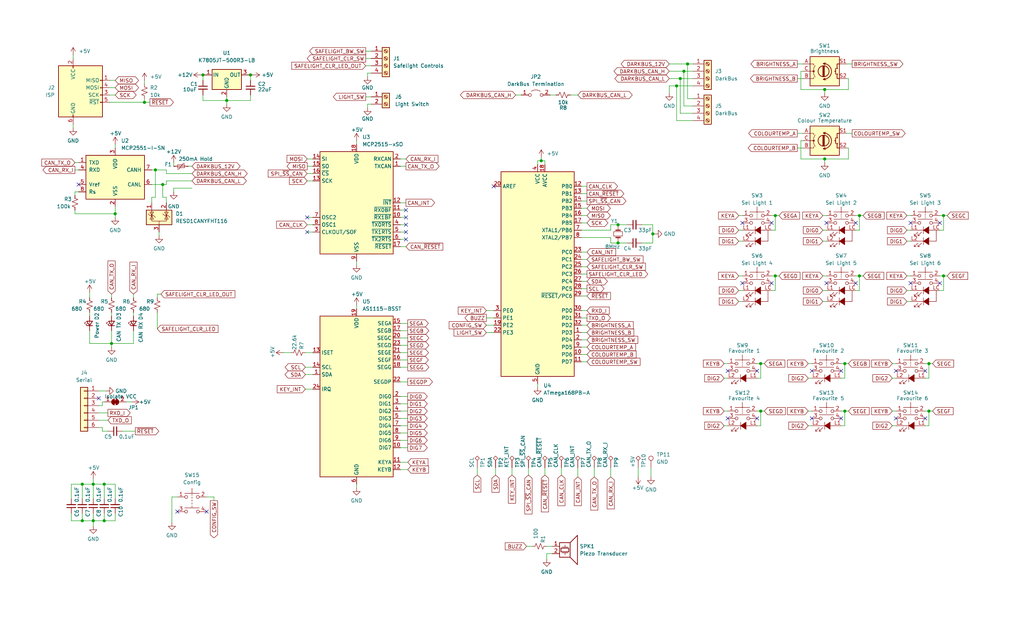
<source format=kicad_sch>
(kicad_sch (version 20211123) (generator eeschema)
  (paper "USLegal")
  (title_block (title "Darkroom Lighting UI") (date "2022-05-03") (rev "001"))
  (junction (at 293.37 126.365))
  (junction (at 28.575 168.275))
  (junction (at 269.24 95.885))
  (junction (at 214.63 78.105))
  (junction (at 40.005 74.295))
  (junction (at 298.45 74.93))
  (junction (at 293.37 142.875))
  (junction (at 36.195 180.975))
  (junction (at 236.22 27.305))
  (junction (at 286.385 31.115))
  (junction (at 187.96 55.88))
  (junction (at 70.485 26.035))
  (junction (at 234.95 29.845))
  (junction (at 327.66 74.93))
  (junction (at 322.58 126.365))
  (junction (at 53.975 59.055))
  (junction (at 50.165 35.56))
  (junction (at 238.76 22.225))
  (junction (at 298.45 95.885))
  (junction (at 28.575 180.975))
  (junction (at 78.74 34.925))
  (junction (at 286.385 55.245))
  (junction (at 32.385 168.275))
  (junction (at 86.995 26.035))
  (junction (at 269.24 74.93))
  (junction (at 226.695 81.28))
  (junction (at 36.195 168.275))
  (junction (at 237.49 24.765))
  (junction (at 327.66 95.885))
  (junction (at 56.515 64.135))
  (junction (at 38.735 119.38))
  (junction (at 264.16 142.875))
  (junction (at 322.58 142.875))
  (junction (at 214.63 84.455))
  (junction (at 32.385 180.975))
  (junction (at 264.16 126.365))
  (no_connect (at 171.45 64.77))
  (no_connect (at 34.29 138.43))
  (no_connect (at 27.305 64.135))
  (no_connect (at 71.755 177.8))
  (no_connect (at 61.595 177.8))
  (no_connect (at 326.39 98.425))
  (no_connect (at 326.39 77.47))
  (no_connect (at 316.23 77.47))
  (no_connect (at 316.23 98.425))
  (no_connect (at 252.73 145.415))
  (no_connect (at 262.89 145.415))
  (no_connect (at 262.89 128.905))
  (no_connect (at 292.1 128.905))
  (no_connect (at 281.94 128.905))
  (no_connect (at 252.73 128.905))
  (no_connect (at 281.94 145.415))
  (no_connect (at 292.1 145.415))
  (no_connect (at 257.81 98.425))
  (no_connect (at 267.97 98.425))
  (no_connect (at 311.15 145.415))
  (no_connect (at 321.31 145.415))
  (no_connect (at 321.31 128.905))
  (no_connect (at 311.15 128.905))
  (no_connect (at 297.18 77.47))
  (no_connect (at 287.02 77.47))
  (no_connect (at 287.02 98.425))
  (no_connect (at 297.18 98.425))
  (no_connect (at 267.97 77.47))
  (no_connect (at 257.81 77.47))
  (no_connect (at 140.97 75.565))
  (no_connect (at 140.97 78.105))
  (no_connect (at 140.97 73.025))
  (no_connect (at 106.68 75.565))
  (no_connect (at 140.97 83.185))
  (no_connect (at 140.97 80.645))
  (no_connect (at 106.68 80.645))
  (wire (pts (xy 198.12 33.02) (xy 200.66 33.02)))
  (wire (pts (xy 256.54 83.82) (xy 257.81 83.82)))
  (wire (pts (xy 24.765 173.355) (xy 24.765 168.275)))
  (wire (pts (xy 285.75 80.01) (xy 287.02 80.01)))
  (wire (pts (xy 232.41 29.845) (xy 232.41 32.385)))
  (wire (pts (xy 201.93 125.73) (xy 203.835 125.73)))
  (wire (pts (xy 171.45 110.49) (xy 168.91 110.49)))
  (wire (pts (xy 57.785 60.325) (xy 66.675 60.325)))
  (wire (pts (xy 298.45 95.885) (xy 299.72 95.885)))
  (wire (pts (xy 26.035 66.675) (xy 26.035 67.945)))
  (wire (pts (xy 86.995 34.925) (xy 86.995 33.02)))
  (wire (pts (xy 46.355 119.38) (xy 46.355 114.935)))
  (wire (pts (xy 168.91 113.03) (xy 171.45 113.03)))
  (wire (pts (xy 53.975 68.58) (xy 52.705 68.58)))
  (wire (pts (xy 201.93 64.77) (xy 203.835 64.77)))
  (wire (pts (xy 78.74 33.655) (xy 78.74 34.925)))
  (wire (pts (xy 141.605 140.335) (xy 139.065 140.335)))
  (wire (pts (xy 281.94 126.365) (xy 280.67 126.365)))
  (wire (pts (xy 54.61 102.235) (xy 55.88 102.235)))
  (wire (pts (xy 186.69 55.88) (xy 187.96 55.88)))
  (wire (pts (xy 56.515 68.58) (xy 57.785 68.58)))
  (wire (pts (xy 327.66 80.01) (xy 326.39 80.01)))
  (wire (pts (xy 141.605 125.095) (xy 139.065 125.095)))
  (wire (pts (xy 327.66 74.93) (xy 328.93 74.93)))
  (wire (pts (xy 252.73 142.875) (xy 251.46 142.875)))
  (wire (pts (xy 26.035 74.295) (xy 40.005 74.295)))
  (wire (pts (xy 201.93 74.93) (xy 203.835 74.93)))
  (wire (pts (xy 66.675 57.785) (xy 65.405 57.785)))
  (wire (pts (xy 38.735 108.585) (xy 38.735 109.855)))
  (wire (pts (xy 234.95 29.845) (xy 232.41 29.845)))
  (wire (pts (xy 127 20.32) (xy 128.905 20.32)))
  (wire (pts (xy 139.065 112.395) (xy 141.605 112.395)))
  (wire (pts (xy 141.605 142.875) (xy 139.065 142.875)))
  (wire (pts (xy 32.385 166.37) (xy 32.385 168.275)))
  (wire (pts (xy 222.885 78.105) (xy 226.695 78.105)))
  (wire (pts (xy 206.375 165.735) (xy 206.375 162.56)))
  (wire (pts (xy 327.66 74.93) (xy 327.66 80.01)))
  (wire (pts (xy 201.93 80.01) (xy 212.09 80.01)))
  (wire (pts (xy 127.635 25.4) (xy 127.635 26.67)))
  (wire (pts (xy 201.93 92.71) (xy 203.835 92.71)))
  (wire (pts (xy 53.975 59.055) (xy 53.975 68.58)))
  (wire (pts (xy 240.665 22.225) (xy 238.76 22.225)))
  (wire (pts (xy 186.69 134.62) (xy 186.69 133.35)))
  (wire (pts (xy 57.785 70.485) (xy 57.785 68.58)))
  (wire (pts (xy 193.04 33.02) (xy 191.135 33.02)))
  (wire (pts (xy 141.605 132.715) (xy 139.065 132.715)))
  (wire (pts (xy 36.195 178.435) (xy 36.195 180.975)))
  (wire (pts (xy 34.29 143.51) (xy 37.465 143.51)))
  (wire (pts (xy 240.665 24.765) (xy 237.49 24.765)))
  (wire (pts (xy 322.58 126.365) (xy 323.85 126.365)))
  (wire (pts (xy 106.045 127.635) (xy 108.585 127.635)))
  (wire (pts (xy 232.41 24.765) (xy 237.49 24.765)))
  (wire (pts (xy 256.54 104.775) (xy 257.81 104.775)))
  (wire (pts (xy 251.46 131.445) (xy 252.73 131.445)))
  (wire (pts (xy 276.86 46.355) (xy 278.765 46.355)))
  (wire (pts (xy 201.93 97.79) (xy 203.835 97.79)))
  (wire (pts (xy 286.385 56.515) (xy 286.385 55.245)))
  (wire (pts (xy 38.735 119.38) (xy 46.355 119.38)))
  (wire (pts (xy 54.61 108.585) (xy 54.61 114.3)))
  (wire (pts (xy 309.88 131.445) (xy 311.15 131.445)))
  (wire (pts (xy 127 22.86) (xy 128.905 22.86)))
  (wire (pts (xy 25.4 19.05) (xy 25.4 20.32)))
  (wire (pts (xy 278.13 48.895) (xy 278.13 55.245)))
  (wire (pts (xy 86.995 27.94) (xy 86.995 26.035)))
  (wire (pts (xy 257.81 95.885) (xy 256.54 95.885)))
  (wire (pts (xy 168.91 107.95) (xy 171.45 107.95)))
  (wire (pts (xy 293.37 142.875) (xy 293.37 147.955)))
  (wire (pts (xy 212.09 84.455) (xy 212.09 82.55)))
  (wire (pts (xy 24.765 168.275) (xy 28.575 168.275)))
  (wire (pts (xy 212.09 78.105) (xy 212.09 80.01)))
  (wire (pts (xy 106.68 55.245) (xy 108.585 55.245)))
  (wire (pts (xy 217.805 78.105) (xy 214.63 78.105)))
  (wire (pts (xy 141.605 114.935) (xy 139.065 114.935)))
  (wire (pts (xy 189.23 162.56) (xy 189.23 165.1)))
  (wire (pts (xy 38.1 35.56) (xy 50.165 35.56)))
  (wire (pts (xy 327.66 95.885) (xy 328.93 95.885)))
  (wire (pts (xy 106.045 130.175) (xy 108.585 130.175)))
  (wire (pts (xy 25.4 43.18) (xy 25.4 44.45)))
  (wire (pts (xy 226.06 165.735) (xy 226.06 162.56)))
  (wire (pts (xy 31.115 101.6) (xy 31.115 103.505)))
  (wire (pts (xy 54.61 103.505) (xy 54.61 102.235)))
  (wire (pts (xy 69.85 26.035) (xy 70.485 26.035)))
  (wire (pts (xy 236.22 27.305) (xy 236.22 39.37)))
  (wire (pts (xy 251.46 147.955) (xy 252.73 147.955)))
  (wire (pts (xy 267.97 95.885) (xy 269.24 95.885)))
  (wire (pts (xy 31.115 108.585) (xy 31.115 109.855)))
  (wire (pts (xy 128.905 25.4) (xy 127.635 25.4)))
  (wire (pts (xy 189.865 192.405) (xy 189.865 194.31)))
  (wire (pts (xy 214.63 84.455) (xy 212.09 84.455)))
  (wire (pts (xy 201.93 72.39) (xy 203.835 72.39)))
  (wire (pts (xy 141.605 120.015) (xy 139.065 120.015)))
  (wire (pts (xy 252.73 126.365) (xy 251.46 126.365)))
  (wire (pts (xy 294.64 31.115) (xy 294.64 27.305)))
  (wire (pts (xy 295.91 22.225) (xy 294.005 22.225)))
  (wire (pts (xy 240.665 29.845) (xy 234.95 29.845)))
  (wire (pts (xy 298.45 100.965) (xy 297.18 100.965)))
  (wire (pts (xy 256.54 100.965) (xy 257.81 100.965)))
  (wire (pts (xy 35.56 140.97) (xy 35.56 139.7)))
  (wire (pts (xy 214.63 78.105) (xy 214.63 78.74)))
  (wire (pts (xy 36.195 180.975) (xy 40.005 180.975)))
  (wire (pts (xy 264.16 126.365) (xy 265.43 126.365)))
  (wire (pts (xy 297.18 74.93) (xy 298.45 74.93)))
  (wire (pts (xy 314.96 100.965) (xy 316.23 100.965)))
  (wire (pts (xy 238.76 22.225) (xy 238.76 34.29)))
  (wire (pts (xy 26.035 59.055) (xy 27.305 59.055)))
  (wire (pts (xy 31.115 119.38) (xy 38.735 119.38)))
  (wire (pts (xy 294.64 51.435) (xy 294.005 51.435)))
  (wire (pts (xy 139.065 147.955) (xy 141.605 147.955)))
  (wire (pts (xy 28.575 178.435) (xy 28.575 180.975)))
  (wire (pts (xy 46.355 102.235) (xy 46.355 103.505)))
  (wire (pts (xy 139.065 80.645) (xy 140.97 80.645)))
  (wire (pts (xy 278.13 24.765) (xy 278.13 31.115)))
  (wire (pts (xy 237.49 36.83) (xy 240.665 36.83)))
  (wire (pts (xy 292.1 126.365) (xy 293.37 126.365)))
  (wire (pts (xy 139.065 73.025) (xy 140.97 73.025)))
  (wire (pts (xy 194.945 165.1) (xy 194.945 162.56)))
  (wire (pts (xy 278.13 48.895) (xy 278.765 48.895)))
  (wire (pts (xy 322.58 131.445) (xy 321.31 131.445)))
  (wire (pts (xy 278.13 55.245) (xy 286.385 55.245)))
  (wire (pts (xy 293.37 126.365) (xy 294.64 126.365)))
  (wire (pts (xy 240.665 27.305) (xy 236.22 27.305)))
  (wire (pts (xy 311.15 126.365) (xy 309.88 126.365)))
  (wire (pts (xy 262.89 126.365) (xy 264.16 126.365)))
  (wire (pts (xy 34.29 148.59) (xy 35.56 148.59)))
  (wire (pts (xy 269.24 80.01) (xy 267.97 80.01)))
  (wire (pts (xy 201.93 69.85) (xy 203.835 69.85)))
  (wire (pts (xy 141.605 117.475) (xy 139.065 117.475)))
  (wire (pts (xy 34.29 135.89) (xy 36.83 135.89)))
  (wire (pts (xy 35.56 149.86) (xy 37.465 149.86)))
  (wire (pts (xy 280.67 131.445) (xy 281.94 131.445)))
  (wire (pts (xy 127.635 36.195) (xy 127.635 37.465)))
  (wire (pts (xy 201.93 107.95) (xy 203.835 107.95)))
  (wire (pts (xy 40.005 180.975) (xy 40.005 178.435)))
  (wire (pts (xy 297.18 95.885) (xy 298.45 95.885)))
  (wire (pts (xy 139.065 122.555) (xy 141.605 122.555)))
  (wire (pts (xy 168.91 115.57) (xy 171.45 115.57)))
  (wire (pts (xy 139.065 85.725) (xy 140.97 85.725)))
  (wire (pts (xy 295.91 46.355) (xy 294.005 46.355)))
  (wire (pts (xy 123.825 106.045) (xy 123.825 107.315)))
  (wire (pts (xy 262.89 142.875) (xy 264.16 142.875)))
  (wire (pts (xy 298.45 74.93) (xy 298.45 80.01)))
  (wire (pts (xy 298.45 95.885) (xy 298.45 100.965)))
  (wire (pts (xy 326.39 95.885) (xy 327.66 95.885)))
  (wire (pts (xy 36.195 173.355) (xy 36.195 168.275)))
  (wire (pts (xy 106.68 75.565) (xy 108.585 75.565)))
  (wire (pts (xy 38.1 27.94) (xy 40.005 27.94)))
  (wire (pts (xy 139.065 55.245) (xy 140.97 55.245)))
  (wire (pts (xy 234.95 29.845) (xy 234.95 41.91)))
  (wire (pts (xy 78.74 34.925) (xy 86.995 34.925)))
  (wire (pts (xy 293.37 147.955) (xy 292.1 147.955)))
  (wire (pts (xy 222.885 84.455) (xy 226.695 84.455)))
  (wire (pts (xy 326.39 74.93) (xy 327.66 74.93)))
  (wire (pts (xy 28.575 173.355) (xy 28.575 168.275)))
  (wire (pts (xy 201.93 82.55) (xy 212.09 82.55)))
  (wire (pts (xy 140.97 75.565) (xy 139.065 75.565)))
  (wire (pts (xy 139.065 160.655) (xy 141.605 160.655)))
  (wire (pts (xy 314.96 104.775) (xy 316.23 104.775)))
  (wire (pts (xy 35.56 148.59) (xy 35.56 149.86)))
  (wire (pts (xy 52.705 59.055) (xy 53.975 59.055)))
  (wire (pts (xy 127 17.78) (xy 128.905 17.78)))
  (wire (pts (xy 276.86 51.435) (xy 278.765 51.435)))
  (wire (pts (xy 264.16 126.365) (xy 264.16 131.445)))
  (wire (pts (xy 86.995 26.035) (xy 87.63 26.035)))
  (wire (pts (xy 189.23 57.15) (xy 189.23 55.88)))
  (wire (pts (xy 57.785 64.135) (xy 56.515 64.135)))
  (wire (pts (xy 264.16 147.955) (xy 262.89 147.955)))
  (wire (pts (xy 106.68 60.325) (xy 108.585 60.325)))
  (wire (pts (xy 269.24 95.885) (xy 269.24 100.965)))
  (wire (pts (xy 165.735 162.56) (xy 165.735 165.1)))
  (wire (pts (xy 139.065 163.195) (xy 141.605 163.195)))
  (wire (pts (xy 183.515 165.1) (xy 183.515 162.56)))
  (wire (pts (xy 56.515 68.58) (xy 56.515 64.135)))
  (wire (pts (xy 203.835 67.31) (xy 201.93 67.31)))
  (wire (pts (xy 278.13 24.765) (xy 278.765 24.765)))
  (wire (pts (xy 70.485 34.925) (xy 78.74 34.925)))
  (wire (pts (xy 43.815 139.7) (xy 45.72 139.7)))
  (wire (pts (xy 106.68 62.865) (xy 108.585 62.865)))
  (wire (pts (xy 70.485 27.94) (xy 70.485 26.035)))
  (wire (pts (xy 238.76 34.29) (xy 240.665 34.29)))
  (wire (pts (xy 123.825 92.075) (xy 123.825 90.805)))
  (wire (pts (xy 237.49 24.765) (xy 237.49 36.83)))
  (wire (pts (xy 71.755 172.72) (xy 74.295 172.72)))
  (wire (pts (xy 203.835 77.47) (xy 201.93 77.47)))
  (wire (pts (xy 321.31 142.875) (xy 322.58 142.875)))
  (wire (pts (xy 226.695 78.105) (xy 226.695 81.28)))
  (wire (pts (xy 293.37 126.365) (xy 293.37 131.445)))
  (wire (pts (xy 127 33.655) (xy 128.905 33.655)))
  (wire (pts (xy 34.29 146.05) (xy 37.465 146.05)))
  (wire (pts (xy 314.96 80.01) (xy 316.23 80.01)))
  (wire (pts (xy 38.735 114.935) (xy 38.735 119.38)))
  (wire (pts (xy 264.16 142.875) (xy 265.43 142.875)))
  (wire (pts (xy 314.96 83.82) (xy 316.23 83.82)))
  (wire (pts (xy 298.45 80.01) (xy 297.18 80.01)))
  (wire (pts (xy 276.86 22.225) (xy 278.765 22.225)))
  (wire (pts (xy 106.68 80.645) (xy 108.585 80.645)))
  (wire (pts (xy 78.74 36.195) (xy 78.74 34.925)))
  (wire (pts (xy 234.95 41.91) (xy 240.665 41.91)))
  (wire (pts (xy 285.75 83.82) (xy 287.02 83.82)))
  (wire (pts (xy 172.085 165.1) (xy 172.085 162.56)))
  (wire (pts (xy 201.93 87.63) (xy 203.835 87.63)))
  (wire (pts (xy 70.485 26.035) (xy 71.12 26.035)))
  (wire (pts (xy 28.575 180.975) (xy 32.385 180.975)))
  (wire (pts (xy 256.54 80.01) (xy 257.81 80.01)))
  (wire (pts (xy 28.575 168.275) (xy 32.385 168.275)))
  (wire (pts (xy 286.385 31.115) (xy 294.64 31.115)))
  (wire (pts (xy 298.45 74.93) (xy 299.72 74.93)))
  (wire (pts (xy 201.93 110.49) (xy 203.835 110.49)))
  (wire (pts (xy 257.81 74.93) (xy 256.54 74.93)))
  (wire (pts (xy 187.96 55.88) (xy 187.96 54.61)))
  (wire (pts (xy 311.15 142.875) (xy 309.88 142.875)))
  (wire (pts (xy 57.785 62.865) (xy 57.785 64.135)))
  (wire (pts (xy 139.065 70.485) (xy 140.97 70.485)))
  (wire (pts (xy 56.515 64.135) (xy 52.705 64.135)))
  (wire (pts (xy 38.735 119.38) (xy 38.735 120.65)))
  (wire (pts (xy 212.09 162.56) (xy 212.09 165.735)))
  (wire (pts (xy 203.835 115.57) (xy 201.93 115.57)))
  (wire (pts (xy 322.58 126.365) (xy 322.58 131.445)))
  (wire (pts (xy 40.005 51.435) (xy 40.005 50.165)))
  (wire (pts (xy 86.36 26.035) (xy 86.995 26.035)))
  (wire (pts (xy 139.065 137.795) (xy 141.605 137.795)))
  (wire (pts (xy 32.385 173.355) (xy 32.385 168.275)))
  (wire (pts (xy 191.77 192.405) (xy 189.865 192.405)))
  (wire (pts (xy 217.805 84.455) (xy 214.63 84.455)))
  (wire (pts (xy 40.005 168.275) (xy 40.005 173.355)))
  (wire (pts (xy 267.97 74.93) (xy 269.24 74.93)))
  (wire (pts (xy 236.22 39.37) (xy 240.665 39.37)))
  (wire (pts (xy 286.385 32.385) (xy 286.385 31.115)))
  (wire (pts (xy 322.58 147.955) (xy 321.31 147.955)))
  (wire (pts (xy 32.385 178.435) (xy 32.385 180.975)))
  (wire (pts (xy 294.64 55.245) (xy 294.64 51.435)))
  (wire (pts (xy 322.58 142.875) (xy 323.85 142.875)))
  (wire (pts (xy 264.16 142.875) (xy 264.16 147.955)))
  (wire (pts (xy 60.325 57.785) (xy 60.325 56.515)))
  (wire (pts (xy 309.88 147.955) (xy 311.15 147.955)))
  (wire (pts (xy 186.69 57.15) (xy 186.69 55.88)))
  (wire (pts (xy 40.005 71.755) (xy 40.005 74.295)))
  (wire (pts (xy 269.24 74.93) (xy 270.51 74.93)))
  (wire (pts (xy 106.68 78.105) (xy 108.585 78.105)))
  (wire (pts (xy 203.835 102.87) (xy 201.93 102.87)))
  (wire (pts (xy 269.24 95.885) (xy 270.51 95.885)))
  (wire (pts (xy 34.29 140.97) (xy 35.56 140.97)))
  (wire (pts (xy 59.69 172.72) (xy 59.69 181.61)))
  (wire (pts (xy 203.835 123.19) (xy 201.93 123.19)))
  (wire (pts (xy 26.035 73.025) (xy 26.035 74.295)))
  (wire (pts (xy 264.16 131.445) (xy 262.89 131.445)))
  (wire (pts (xy 214.63 83.82) (xy 214.63 84.455)))
  (wire (pts (xy 70.485 33.02) (xy 70.485 34.925)))
  (wire (pts (xy 293.37 131.445) (xy 292.1 131.445)))
  (wire (pts (xy 212.09 78.105) (xy 214.63 78.105)))
  (wire (pts (xy 189.23 55.88) (xy 187.96 55.88)))
  (wire (pts (xy 36.195 168.275) (xy 40.005 168.275)))
  (wire (pts (xy 179.07 33.02) (xy 180.975 33.02)))
  (wire (pts (xy 123.825 48.895) (xy 123.825 50.165)))
  (wire (pts (xy 189.865 189.865) (xy 191.77 189.865)))
  (wire (pts (xy 50.165 35.56) (xy 52.07 35.56)))
  (wire (pts (xy 106.68 57.785) (xy 108.585 57.785)))
  (wire (pts (xy 32.385 180.975) (xy 32.385 182.88)))
  (wire (pts (xy 203.835 95.25) (xy 201.93 95.25)))
  (wire (pts (xy 287.02 95.885) (xy 285.75 95.885)))
  (wire (pts (xy 140.97 83.185) (xy 139.065 83.185)))
  (wire (pts (xy 123.825 169.545) (xy 123.825 168.275)))
  (wire (pts (xy 106.045 122.555) (xy 108.585 122.555)))
  (wire (pts (xy 293.37 142.875) (xy 294.64 142.875)))
  (wire (pts (xy 60.325 65.405) (xy 60.325 66.675)))
  (wire (pts (xy 128.905 36.195) (xy 127.635 36.195)))
  (wire (pts (xy 269.24 100.965) (xy 267.97 100.965)))
  (wire (pts (xy 226.695 81.28) (xy 226.695 84.455)))
  (wire (pts (xy 57.785 59.055) (xy 57.785 60.325)))
  (wire (pts (xy 140.97 78.105) (xy 139.065 78.105)))
  (wire (pts (xy 232.41 22.225) (xy 238.76 22.225)))
  (wire (pts (xy 203.835 113.03) (xy 201.93 113.03)))
  (wire (pts (xy 226.695 81.28) (xy 227.33 81.28)))
  (wire (pts (xy 269.24 74.93) (xy 269.24 80.01)))
  (wire (pts (xy 201.93 118.11) (xy 203.835 118.11)))
  (wire (pts (xy 327.66 100.965) (xy 326.39 100.965)))
  (wire (pts (xy 38.1 33.02) (xy 40.005 33.02)))
  (wire (pts (xy 38.1 30.48) (xy 40.005 30.48)))
  (wire (pts (xy 106.045 135.255) (xy 108.585 135.255)))
  (wire (pts (xy 139.065 153.035) (xy 141.605 153.035)))
  (wire (pts (xy 32.385 180.975) (xy 36.195 180.975)))
  (wire (pts (xy 316.23 74.93) (xy 314.96 74.93)))
  (wire (pts (xy 61.595 172.72) (xy 59.69 172.72)))
  (wire (pts (xy 292.1 142.875) (xy 293.37 142.875)))
  (wire (pts (xy 286.385 55.245) (xy 294.64 55.245)))
  (wire (pts (xy 327.66 95.885) (xy 327.66 100.965)))
  (wire (pts (xy 53.975 59.055) (xy 57.785 59.055)))
  (wire (pts (xy 55.245 80.645) (xy 55.245 81.915)))
  (wire (pts (xy 100.965 122.555) (xy 98.425 122.555)))
  (wire (pts (xy 139.065 57.785) (xy 140.97 57.785)))
  (wire (pts (xy 139.065 127.635) (xy 141.605 127.635)))
  (wire (pts (xy 281.94 142.875) (xy 280.67 142.875)))
  (wire (pts (xy 57.785 62.865) (xy 66.675 62.865)))
  (wire (pts (xy 27.305 66.675) (xy 26.035 66.675)))
  (wire (pts (xy 50.165 27.94) (xy 50.165 29.21)))
  (wire (pts (xy 280.67 147.955) (xy 281.94 147.955)))
  (wire (pts (xy 52.705 68.58) (xy 52.705 70.485)))
  (wire (pts (xy 141.605 150.495) (xy 139.065 150.495)))
  (wire (pts (xy 24.765 180.975) (xy 28.575 180.975)))
  (wire (pts (xy 50.165 34.29) (xy 50.165 35.56)))
  (wire (pts (xy 74.295 172.72) (xy 74.295 173.99)))
  (wire (pts (xy 203.835 90.17) (xy 201.93 90.17)))
  (wire (pts (xy 287.02 74.93) (xy 285.75 74.93)))
  (wire (pts (xy 322.58 142.875) (xy 322.58 147.955)))
  (wire (pts (xy 201.93 100.33) (xy 203.835 100.33)))
  (wire (pts (xy 321.31 126.365) (xy 322.58 126.365)))
  (wire (pts (xy 294.64 27.305) (xy 294.005 27.305)))
  (wire (pts (xy 200.66 162.56) (xy 200.66 165.735)))
  (wire (pts (xy 26.035 56.515) (xy 27.305 56.515)))
  (wire (pts (xy 60.325 65.405) (xy 66.675 65.405)))
  (wire (pts (xy 232.41 27.305) (xy 236.22 27.305)))
  (wire (pts (xy 276.86 27.305) (xy 278.765 27.305)))
  (wire (pts (xy 31.115 114.935) (xy 31.115 119.38)))
  (wire (pts (xy 221.615 162.56) (xy 221.615 165.735)))
  (wire (pts (xy 139.065 155.575) (xy 141.605 155.575)))
  (wire (pts (xy 182.88 189.865) (xy 184.785 189.865)))
  (wire (pts (xy 285.75 100.965) (xy 287.02 100.965)))
  (wire (pts (xy 285.75 104.775) (xy 287.02 104.775)))
  (wire (pts (xy 42.545 149.86) (xy 46.99 149.86)))
  (wire (pts (xy 35.56 139.7) (xy 36.195 139.7)))
  (wire (pts (xy 40.005 74.295) (xy 40.005 75.565)))
  (wire (pts (xy 203.835 120.65) (xy 201.93 120.65)))
  (wire (pts (xy 278.13 31.115) (xy 286.385 31.115)))
  (wire (pts (xy 141.605 145.415) (xy 139.065 145.415)))
  (wire (pts (xy 38.735 102.235) (xy 38.735 103.505)))
  (wire (pts (xy 32.385 168.275) (xy 36.195 168.275)))
  (wire (pts (xy 316.23 95.885) (xy 314.96 95.885)))
  (wire (pts (xy 46.355 108.585) (xy 46.355 109.855)))
  (wire (pts (xy 177.8 162.56) (xy 177.8 165.1)))
  (wire (pts (xy 24.765 178.435) (xy 24.765 180.975)))
  (global_label "SEGA" (shape input) (at 265.43 126.365 0) (property "Intersheet References" "${INTERSHEET_REFS}" (effects hide)))
  (global_label "MOSI" (shape bidirectional) (at 203.835 72.39 0) (property "Intersheet References" "${INTERSHEET_REFS}" (effects hide)))
  (global_label "COLOURTEMP_B" (shape input) (at 203.835 123.19 0) (property "Intersheet References" "${INTERSHEET_REFS}" (effects hide)))
  (global_label "DIG0" (shape input) (at 285.75 80.01 180) (property "Intersheet References" "${INTERSHEET_REFS}" (effects hide)))
  (global_label "MOSI" (shape input) (at 106.68 55.245 180) (property "Intersheet References" "${INTERSHEET_REFS}" (effects hide)))
  (global_label "KEYB" (shape input) (at 309.88 126.365 180) (property "Intersheet References" "${INTERSHEET_REFS}" (effects hide)))
  (global_label "SEGF" (shape input) (at 328.93 95.885 0) (property "Intersheet References" "${INTERSHEET_REFS}" (effects hide)))
  (global_label "KEY_INT" (shape input) (at 106.045 135.255 180) (property "Intersheet References" "${INTERSHEET_REFS}" (effects hide)))
  (global_label "TXD_O" (shape output) (at 203.835 110.49 0) (property "Intersheet References" "${INTERSHEET_REFS}" (effects hide)))
  (global_label "CAN_CLK" (shape input) (at 194.945 165.1 270) (property "Intersheet References" "${INTERSHEET_REFS}" (effects hide)))
  (global_label "SAFELIGHT_CLR_SW" (shape output) (at 127 20.32 180) (property "Intersheet References" "${INTERSHEET_REFS}" (effects hide)))
  (global_label "BUZZ" (shape output) (at 168.91 110.49 180) (property "Intersheet References" "${INTERSHEET_REFS}" (effects hide)))
  (global_label "BRIGHTNESS_A" (shape input) (at 203.835 113.03 0) (property "Intersheet References" "${INTERSHEET_REFS}" (effects hide)))
  (global_label "CAN_INT" (shape input) (at 200.66 165.735 270) (property "Intersheet References" "${INTERSHEET_REFS}" (effects hide)))
  (global_label "SEGD" (shape input) (at 265.43 142.875 0) (property "Intersheet References" "${INTERSHEET_REFS}" (effects hide)))
  (global_label "BRIGHTNESS_B" (shape output) (at 276.86 27.305 180) (property "Intersheet References" "${INTERSHEET_REFS}" (effects hide)))
  (global_label "SCL" (shape bidirectional) (at 106.045 127.635 180) (property "Intersheet References" "${INTERSHEET_REFS}" (effects hide)))
  (global_label "CAN_CLK" (shape input) (at 106.68 78.105 180) (property "Intersheet References" "${INTERSHEET_REFS}" (effects hide)))
  (global_label "SAFELIGHT_CLR_LED" (shape output) (at 203.835 95.25 0) (property "Intersheet References" "${INTERSHEET_REFS}" (effects hide)))
  (global_label "MISO" (shape bidirectional) (at 203.835 74.93 0) (property "Intersheet References" "${INTERSHEET_REFS}" (effects hide)))
  (global_label "KEYB" (shape input) (at 280.67 142.875 180) (property "Intersheet References" "${INTERSHEET_REFS}" (effects hide)))
  (global_label "COLOURTEMP_SW" (shape output) (at 295.91 46.355 0) (property "Intersheet References" "${INTERSHEET_REFS}" (effects hide)))
  (global_label "RXD_I" (shape output) (at 37.465 143.51 0) (property "Intersheet References" "${INTERSHEET_REFS}" (effects hide)))
  (global_label "DIG2" (shape input) (at 309.88 147.955 180) (property "Intersheet References" "${INTERSHEET_REFS}" (effects hide)))
  (global_label "SAFELIGHT_CLR_LED_OUT" (shape input) (at 127 22.86 180) (property "Intersheet References" "${INTERSHEET_REFS}" (effects hide)))
  (global_label "DIG2" (shape output) (at 141.605 142.875 0) (property "Intersheet References" "${INTERSHEET_REFS}" (effects hide)))
  (global_label "SDA" (shape bidirectional) (at 203.835 97.79 0) (property "Intersheet References" "${INTERSHEET_REFS}" (effects hide)))
  (global_label "DARKBUS_CAN_H" (shape bidirectional) (at 66.675 60.325 0) (property "Intersheet References" "${INTERSHEET_REFS}" (effects hide)))
  (global_label "KEYA" (shape input) (at 256.54 74.93 180) (property "Intersheet References" "${INTERSHEET_REFS}" (effects hide)))
  (global_label "SEGE" (shape input) (at 294.64 142.875 0) (property "Intersheet References" "${INTERSHEET_REFS}" (effects hide)))
  (global_label "LIGHT_SW" (shape output) (at 127 33.655 180) (property "Intersheet References" "${INTERSHEET_REFS}" (effects hide)))
  (global_label "KEY_INT" (shape input) (at 177.8 165.1 270) (property "Intersheet References" "${INTERSHEET_REFS}" (effects hide)))
  (global_label "DIG2" (shape input) (at 280.67 131.445 180) (property "Intersheet References" "${INTERSHEET_REFS}" (effects hide)))
  (global_label "SAFELIGHT_CLR_SW" (shape input) (at 203.835 92.71 0) (property "Intersheet References" "${INTERSHEET_REFS}" (effects hide)))
  (global_label "DIG0" (shape input) (at 314.96 80.01 180) (property "Intersheet References" "${INTERSHEET_REFS}" (effects hide)))
  (global_label "KEYA" (shape input) (at 141.605 160.655 0) (property "Intersheet References" "${INTERSHEET_REFS}" (effects hide)))
  (global_label "SEGD" (shape output) (at 141.605 120.015 0) (property "Intersheet References" "${INTERSHEET_REFS}" (effects hide)))
  (global_label "CAN_TX_O" (shape input) (at 38.735 102.235 90) (property "Intersheet References" "${INTERSHEET_REFS}" (effects hide)))
  (global_label "CAN_TX_O" (shape input) (at 206.375 165.735 270) (property "Intersheet References" "${INTERSHEET_REFS}" (effects hide)))
  (global_label "CAN_INT" (shape input) (at 203.835 87.63 0) (property "Intersheet References" "${INTERSHEET_REFS}" (effects hide)))
  (global_label "BUZZ" (shape input) (at 182.88 189.865 180) (property "Intersheet References" "${INTERSHEET_REFS}" (effects hide)))
  (global_label "KEYB" (shape input) (at 309.88 142.875 180) (property "Intersheet References" "${INTERSHEET_REFS}" (effects hide)))
  (global_label "CAN_RX_I" (shape input) (at 212.09 165.735 270) (property "Intersheet References" "${INTERSHEET_REFS}" (effects hide)))
  (global_label "SCK" (shape input) (at 106.68 62.865 180) (property "Intersheet References" "${INTERSHEET_REFS}" (effects hide)))
  (global_label "LIGHT_SW" (shape input) (at 168.91 115.57 180) (property "Intersheet References" "${INTERSHEET_REFS}" (effects hide)))
  (global_label "BRIGHTNESS_SW" (shape input) (at 203.835 118.11 0) (property "Intersheet References" "${INTERSHEET_REFS}" (effects hide)))
  (global_label "SDA" (shape bidirectional) (at 106.045 130.175 180) (property "Intersheet References" "${INTERSHEET_REFS}" (effects hide)))
  (global_label "DIG2" (shape input) (at 251.46 147.955 180) (property "Intersheet References" "${INTERSHEET_REFS}" (effects hide)))
  (global_label "DIG2" (shape input) (at 309.88 131.445 180) (property "Intersheet References" "${INTERSHEET_REFS}" (effects hide)))
  (global_label "SEGE" (shape output) (at 141.605 122.555 0) (property "Intersheet References" "${INTERSHEET_REFS}" (effects hide)))
  (global_label "CAN_RX_I" (shape input) (at 140.97 55.245 0) (property "Intersheet References" "${INTERSHEET_REFS}" (effects hide)))
  (global_label "DARKBUS_12V" (shape bidirectional) (at 232.41 22.225 180) (property "Intersheet References" "${INTERSHEET_REFS}" (effects hide)))
  (global_label "DIG4" (shape output) (at 141.605 147.955 0) (property "Intersheet References" "${INTERSHEET_REFS}" (effects hide)))
  (global_label "SEGD" (shape input) (at 270.51 95.885 0) (property "Intersheet References" "${INTERSHEET_REFS}" (effects hide)))
  (global_label "MISO" (shape output) (at 106.68 57.785 180) (property "Intersheet References" "${INTERSHEET_REFS}" (effects hide)))
  (global_label "DIG5" (shape output) (at 141.605 150.495 0) (property "Intersheet References" "${INTERSHEET_REFS}" (effects hide)))
  (global_label "SEGF" (shape output) (at 141.605 125.095 0) (property "Intersheet References" "${INTERSHEET_REFS}" (effects hide)))
  (global_label "CAN_TX_O" (shape output) (at 140.97 57.785 0) (property "Intersheet References" "${INTERSHEET_REFS}" (effects hide)))
  (global_label "DARKBUS_CAN_L" (shape bidirectional) (at 66.675 62.865 0) (property "Intersheet References" "${INTERSHEET_REFS}" (effects hide)))
  (global_label "COLOURTEMP_SW" (shape input) (at 203.835 125.73 0) (property "Intersheet References" "${INTERSHEET_REFS}" (effects hide)))
  (global_label "KEYA" (shape input) (at 285.75 95.885 180) (property "Intersheet References" "${INTERSHEET_REFS}" (effects hide)))
  (global_label "DIG0" (shape input) (at 285.75 100.965 180) (property "Intersheet References" "${INTERSHEET_REFS}" (effects hide)))
  (global_label "SCL" (shape output) (at 203.835 100.33 0) (property "Intersheet References" "${INTERSHEET_REFS}" (effects hide)))
  (global_label "SEGC" (shape output) (at 141.605 117.475 0) (property "Intersheet References" "${INTERSHEET_REFS}" (effects hide)))
  (global_label "SEGC" (shape input) (at 323.85 126.365 0) (property "Intersheet References" "${INTERSHEET_REFS}" (effects hide)))
  (global_label "SPI_~{SS}_CAN" (shape output) (at 203.835 69.85 0) (property "Intersheet References" "${INTERSHEET_REFS}" (effects hide)))
  (global_label "BRIGHTNESS_SW" (shape output) (at 295.91 22.225 0) (property "Intersheet References" "${INTERSHEET_REFS}" (effects hide)))
  (global_label "SAFELIGHT_BW_SW" (shape output) (at 127 17.78 180) (property "Intersheet References" "${INTERSHEET_REFS}" (effects hide)))
  (global_label "SEGA" (shape input) (at 270.51 74.93 0) (property "Intersheet References" "${INTERSHEET_REFS}" (effects hide)))
  (global_label "DIG0" (shape input) (at 314.96 100.965 180) (property "Intersheet References" "${INTERSHEET_REFS}" (effects hide)))
  (global_label "CAN_~{RESET}" (shape input) (at 189.23 165.1 270) (property "Intersheet References" "${INTERSHEET_REFS}" (effects hide)))
  (global_label "~{RESET}" (shape input) (at 203.835 102.87 0) (property "Intersheet References" "${INTERSHEET_REFS}" (effects hide)))
  (global_label "KEY_INT" (shape input) (at 168.91 107.95 180) (property "Intersheet References" "${INTERSHEET_REFS}" (effects hide)))
  (global_label "DIG1" (shape output) (at 141.605 140.335 0) (property "Intersheet References" "${INTERSHEET_REFS}" (effects hide)))
  (global_label "TXD_O" (shape input) (at 37.465 146.05 0) (property "Intersheet References" "${INTERSHEET_REFS}" (effects hide)))
  (global_label "CAN_RX_I" (shape input) (at 46.355 102.235 90) (property "Intersheet References" "${INTERSHEET_REFS}" (effects hide)))
  (global_label "BRIGHTNESS_B" (shape input) (at 203.835 115.57 0) (property "Intersheet References" "${INTERSHEET_REFS}" (effects hide)))
  (global_label "SEGG" (shape output) (at 141.605 127.635 0) (property "Intersheet References" "${INTERSHEET_REFS}" (effects hide)))
  (global_label "SCL" (shape input) (at 165.735 165.1 270) (property "Intersheet References" "${INTERSHEET_REFS}" (effects hide)))
  (global_label "SCK" (shape bidirectional) (at 203.835 77.47 0) (property "Intersheet References" "${INTERSHEET_REFS}" (effects hide)))
  (global_label "SPI_~{SS}_CAN" (shape input) (at 106.68 60.325 180) (property "Intersheet References" "${INTERSHEET_REFS}" (effects hide)))
  (global_label "SPI_~{SS}_CAN" (shape input) (at 183.515 165.1 270) (property "Intersheet References" "${INTERSHEET_REFS}" (effects hide)))
  (global_label "KEYB" (shape input) (at 280.67 126.365 180) (property "Intersheet References" "${INTERSHEET_REFS}" (effects hide)))
  (global_label "SEGB" (shape output) (at 141.605 114.935 0) (property "Intersheet References" "${INTERSHEET_REFS}" (effects hide)))
  (global_label "DIG2" (shape input) (at 251.46 131.445 180) (property "Intersheet References" "${INTERSHEET_REFS}" (effects hide)))
  (global_label "COLOURTEMP_A" (shape input) (at 203.835 120.65 0) (property "Intersheet References" "${INTERSHEET_REFS}" (effects hide)))
  (global_label "~{RESET}" (shape output) (at 46.99 149.86 0) (property "Intersheet References" "${INTERSHEET_REFS}" (effects hide)))
  (global_label "CONFIG_SW" (shape output) (at 74.295 173.99 270) (property "Intersheet References" "${INTERSHEET_REFS}" (effects hide)))
  (global_label "DARKBUS_CAN_H" (shape bidirectional) (at 232.41 24.765 180) (property "Intersheet References" "${INTERSHEET_REFS}" (effects hide)))
  (global_label "SAFELIGHT_CLR_LED" (shape input) (at 54.61 114.3 0) (property "Intersheet References" "${INTERSHEET_REFS}" (effects hide)))
  (global_label "SEGE" (shape input) (at 299.72 95.885 0) (property "Intersheet References" "${INTERSHEET_REFS}" (effects hide)))
  (global_label "RXD_I" (shape input) (at 203.835 107.95 0) (property "Intersheet References" "${INTERSHEET_REFS}" (effects hide)))
  (global_label "SEGB" (shape input) (at 294.64 126.365 0) (property "Intersheet References" "${INTERSHEET_REFS}" (effects hide)))
  (global_label "DARKBUS_12V" (shape bidirectional) (at 66.675 57.785 0) (property "Intersheet References" "${INTERSHEET_REFS}" (effects hide)))
  (global_label "DIG0" (shape input) (at 256.54 80.01 180) (property "Intersheet References" "${INTERSHEET_REFS}" (effects hide)))
  (global_label "DIG2" (shape input) (at 280.67 147.955 180) (property "Intersheet References" "${INTERSHEET_REFS}" (effects hide)))
  (global_label "KEYA" (shape input) (at 285.75 74.93 180) (property "Intersheet References" "${INTERSHEET_REFS}" (effects hide)))
  (global_label "DIG1" (shape input) (at 285.75 83.82 180) (property "Intersheet References" "${INTERSHEET_REFS}" (effects hide)))
  (global_label "SEGC" (shape input) (at 328.93 74.93 0) (property "Intersheet References" "${INTERSHEET_REFS}" (effects hide)))
  (global_label "COLOURTEMP_A" (shape output) (at 276.86 46.355 180) (property "Intersheet References" "${INTERSHEET_REFS}" (effects hide)))
  (global_label "DIG1" (shape input) (at 285.75 104.775 180) (property "Intersheet References" "${INTERSHEET_REFS}" (effects hide)))
  (global_label "~{RESET}" (shape output) (at 52.07 35.56 0) (property "Intersheet References" "${INTERSHEET_REFS}" (effects hide)))
  (global_label "SEGDP" (shape output) (at 141.605 132.715 0) (property "Intersheet References" "${INTERSHEET_REFS}" (effects hide)))
  (global_label "CAN_INT" (shape output) (at 140.97 70.485 0) (property "Intersheet References" "${INTERSHEET_REFS}" (effects hide)))
  (global_label "MOSI" (shape bidirectional) (at 40.005 30.48 0) (property "Intersheet References" "${INTERSHEET_REFS}" (effects hide)))
  (global_label "KEYA" (shape input) (at 314.96 74.93 180) (property "Intersheet References" "${INTERSHEET_REFS}" (effects hide)))
  (global_label "COLOURTEMP_B" (shape output) (at 276.86 51.435 180) (property "Intersheet References" "${INTERSHEET_REFS}" (effects hide)))
  (global_label "DIG1" (shape input) (at 314.96 83.82 180) (property "Intersheet References" "${INTERSHEET_REFS}" (effects hide)))
  (global_label "DARKBUS_CAN_L" (shape bidirectional) (at 232.41 27.305 180) (property "Intersheet References" "${INTERSHEET_REFS}" (effects hide)))
  (global_label "SDA" (shape input) (at 172.085 165.1 270) (property "Intersheet References" "${INTERSHEET_REFS}" (effects hide)))
  (global_label "SEGA" (shape output) (at 141.605 112.395 0) (property "Intersheet References" "${INTERSHEET_REFS}" (effects hide)))
  (global_label "DARKBUS_CAN_H" (shape bidirectional) (at 179.07 33.02 180) (property "Intersheet References" "${INTERSHEET_REFS}" (effects hide)))
  (global_label "DIG6" (shape output) (at 141.605 153.035 0) (property "Intersheet References" "${INTERSHEET_REFS}" (effects hide)))
  (global_label "SEGB" (shape input) (at 299.72 74.93 0) (property "Intersheet References" "${INTERSHEET_REFS}" (effects hide)))
  (global_label "KEYA" (shape input) (at 256.54 95.885 180) (property "Intersheet References" "${INTERSHEET_REFS}" (effects hide)))
  (global_label "SCK" (shape bidirectional) (at 40.005 33.02 0) (property "Intersheet References" "${INTERSHEET_REFS}" (effects hide)))
  (global_label "CAN_~{RESET}" (shape output) (at 203.835 67.31 0) (property "Intersheet References" "${INTERSHEET_REFS}" (effects hide)))
  (global_label "CAN_RX_I" (shape output) (at 26.035 59.055 180) (property "Intersheet References" "${INTERSHEET_REFS}" (effects hide)))
  (global_label "DIG0" (shape input) (at 256.54 100.965 180) (property "Intersheet References" "${INTERSHEET_REFS}" (effects hide)))
  (global_label "MISO" (shape bidirectional) (at 40.005 27.94 0) (property "Intersheet References" "${INTERSHEET_REFS}" (effects hide)))
  (global_label "DARKBUS_CAN_L" (shape bidirectional) (at 200.66 33.02 0) (property "Intersheet References" "${INTERSHEET_REFS}" (effects hide)))
  (global_label "SAFELIGHT_CLR_LED_OUT" (shape input) (at 55.88 102.235 0) (property "Intersheet References" "${INTERSHEET_REFS}" (effects hide)))
  (global_label "KEYB" (shape input) (at 251.46 142.875 180) (property "Intersheet References" "${INTERSHEET_REFS}" (effects hide)))
  (global_label "DIG7" (shape output) (at 141.605 155.575 0) (property "Intersheet References" "${INTERSHEET_REFS}" (effects hide)))
  (global_label "CAN_CLK" (shape output) (at 203.835 64.77 0) (property "Intersheet References" "${INTERSHEET_REFS}" (effects hide)))
  (global_label "CAN_~{RESET}" (shape input) (at 140.97 85.725 0) (property "Intersheet References" "${INTERSHEET_REFS}" (effects hide)))
  (global_label "CONFIG_SW" (shape input) (at 168.91 113.03 180) (property "Intersheet References" "${INTERSHEET_REFS}" (effects hide)))
  (global_label "KEYB" (shape input) (at 141.605 163.195 0) (property "Intersheet References" "${INTERSHEET_REFS}" (effects hide)))
  (global_label "DIG0" (shape output) (at 141.605 137.795 0) (property "Intersheet References" "${INTERSHEET_REFS}" (effects hide)))
  (global_label "KEYB" (shape input) (at 251.46 126.365 180) (property "Intersheet References" "${INTERSHEET_REFS}" (effects hide)))
  (global_label "SAFELIGHT_BW_SW" (shape input) (at 203.835 90.17 0) (property "Intersheet References" "${INTERSHEET_REFS}" (effects hide)))
  (global_label "DIG1" (shape input) (at 314.96 104.775 180) (property "Intersheet References" "${INTERSHEET_REFS}" (effects hide)))
  (global_label "CAN_TX_O" (shape input) (at 26.035 56.515 180) (property "Intersheet References" "${INTERSHEET_REFS}" (effects hide)))
  (global_label "KEYA" (shape input) (at 314.96 95.885 180) (property "Intersheet References" "${INTERSHEET_REFS}" (effects hide)))
  (global_label "SEGF" (shape input) (at 323.85 142.875 0) (property "Intersheet References" "${INTERSHEET_REFS}" (effects hide)))
  (global_label "DIG1" (shape input) (at 256.54 104.775 180) (property "Intersheet References" "${INTERSHEET_REFS}" (effects hide)))
  (global_label "BRIGHTNESS_A" (shape output) (at 276.86 22.225 180) (property "Intersheet References" "${INTERSHEET_REFS}" (effects hide)))
  (global_label "DIG1" (shape input) (at 256.54 83.82 180) (property "Intersheet References" "${INTERSHEET_REFS}" (effects hide)))
  (global_label "DIG3" (shape output) (at 141.605 145.415 0) (property "Intersheet References" "${INTERSHEET_REFS}" (effects hide)))
  (symbol (lib_id "Connector:TestPoint_Alt") (at 183.515 162.56 0) (unit 1)
    (property "Reference" "TP4" (at 185.42 162.56 90) (effects (justify left)))
    (property "Value" "SPI_~{SS}_CAN" (at 181.61 162.56 90) (effects (justify left)))
  )
  (symbol (lib_id "Device:LED_Small") (at 46.355 112.395 90) (unit 1)
    (property "Reference" "D4" (at 48.895 108.585 0) (effects (justify right)))
    (property "Value" "CAN RX" (at 48.895 111.76 0) (effects (justify right)))
  )
  (symbol (lib_id "power:GND") (at 123.825 92.075 0) (unit 1)
    (property "Reference" "#PWR019" (effects hide))
    (property "Value" "GND" (at 123.825 96.52 0))
  )
  (symbol (lib_id "power:GND") (at 189.865 194.31 0) (unit 1)
    (property "Reference" "#PWR07" (effects hide))
    (property "Value" "GND" (at 189.865 198.755 0))
  )
  (symbol (lib_id "Interface_Expansion:AS1115-BSST") (at 123.825 137.795 0) (unit 1)
    (property "Reference" "U5" (at 125.8444 104.775 0) (effects (justify left)))
    (property "Value" "AS1115-BSST" (at 125.8444 107.315 0) (effects (justify left)))
    (property "Footprint" "Package_SO:QSOP-24_3.9x8.7mm_P0.635mm" (effects hide))
    (property "Datasheet" "https://ams.com/documents/20143/36005/AS1115_DS000206_1-00.pdf/3d3e6d35-b184-1329-adf9-2d769eb2404f" (effects hide))
  )
  (symbol (lib_id "power:+5V") (at 221.615 165.735 180) (unit 1)
    (property "Reference" "#PWR027" (effects hide))
    (property "Value" "+5V" (at 223.52 169.545 0) (effects (justify left)))
  )
  (symbol (lib_id "Connector:TestPoint") (at 226.06 162.56 0) (unit 1)
    (property "Reference" "TP11" (at 227.965 157.9879 0) (effects (justify left)))
    (property "Value" "GND" (at 227.965 160.5279 0) (effects (justify left)))
  )
  (symbol (lib_id "Switch:SW_Push_Dual") (at 66.675 172.72 0) (unit 1)
    (property "Reference" "SW15" (at 66.675 165.1 0))
    (property "Value" "Config" (at 66.675 167.64 0))
  )
  (symbol (lib_id "Regulator_Switching_sen:K7805JT-500R3-LB") (at 78.74 26.035 0) (unit 1)
    (property "Reference" "U1" (at 78.74 18.415 0))
    (property "Value" "K7805JT-500R3-LB" (at 78.74 20.955 0))
    (property "Footprint" "Converter_DCDC:Converter_DCDC_K7805JT-500R3-LB_SMD" (effects hide))
    (property "Datasheet" "https://www.mornsun-power.com/html/pdf/K7805JT-500R3-LB.html" (effects hide))
  )
  (symbol (lib_id "Device:C_Small") (at 28.575 175.895 0) (mirror x) (unit 1)
    (property "Reference" "C7" (at 30.48 179.705 90) (effects (justify right)))
    (property "Value" "0.1uF" (at 30.48 174.625 90) (effects (justify right)))
  )
  (symbol (lib_id "Switch_sen:SW_Push_DPST_2LED") (at 292.1 80.01 0) (unit 1)
    (property "Reference" "SW4" (at 292.1 67.945 0))
    (property "Value" "Sel Light 2" (at 292.1 70.485 0))
  )
  (symbol (lib_id "Device:R_Small_US") (at 54.61 106.045 180) (unit 1)
    (property "Reference" "R9" (at 50.8 104.775 0) (effects (justify right)))
    (property "Value" "680" (at 48.26 107.315 0) (effects (justify right)))
  )
  (symbol (lib_id "power:GND") (at 127.635 37.465 0) (unit 1)
    (property "Reference" "#PWR032" (effects hide))
    (property "Value" "GND" (at 127.635 41.275 0))
  )
  (symbol (lib_id "Device:R_Small_US") (at 26.035 70.485 180) (unit 1)
    (property "Reference" "R3" (at 22.225 69.215 0) (effects (justify right)))
    (property "Value" "100k" (at 19.685 71.755 0) (effects (justify right)))
  )
  (symbol (lib_id "Switch_sen:SW_Push_DPST_LED") (at 287.02 131.445 0) (unit 1)
    (property "Reference" "SW10" (at 287.02 120.015 0))
    (property "Value" "Favourite 2" (at 287.655 121.92 0))
  )
  (symbol (lib_id "Switch_sen:SW_Push_DPST_LED") (at 257.81 131.445 0) (unit 1)
    (property "Reference" "SW9" (at 257.81 120.015 0))
    (property "Value" "Favourite 1" (at 258.445 121.92 0))
  )
  (symbol (lib_id "Device:C_Small") (at 70.485 30.48 0) (mirror y) (unit 1)
    (property "Reference" "C1" (at 66.04 29.21 0) (effects (justify right)))
    (property "Value" "10uF" (at 63.5 31.115 0) (effects (justify right)))
  )
  (symbol (lib_id "Device:R_Small_US") (at 187.325 189.865 90) (unit 1)
    (property "Reference" "R1" (at 188.595 186.055 0) (effects (justify right)))
    (property "Value" "100" (at 186.055 183.515 0) (effects (justify right)))
  )
  (symbol (lib_id "Switch_sen:SW_Push_DPST_2LED") (at 292.1 100.965 0) (unit 1)
    (property "Reference" "SW7" (at 292.1 88.9 0))
    (property "Value" "Sel Light 5" (at 292.1 91.44 0))
  )
  (symbol (lib_id "Interface_CAN_LIN:MCP2551-I-SN") (at 40.005 61.595 0) (unit 1)
    (property "Reference" "U2" (at 42.0244 48.895 0) (effects (justify left)))
    (property "Value" "MCP2551-I-SN" (at 42.0244 51.435 0) (effects (justify left)))
    (property "Footprint" "Package_SO:SOIC-8_3.9x4.9mm_P1.27mm" (effects hide))
    (property "Datasheet" "http://ww1.microchip.com/downloads/en/devicedoc/21667d.pdf" (effects hide))
  )
  (symbol (lib_id "Device:C_Small") (at 40.005 175.895 0) (mirror x) (unit 1)
    (property "Reference" "C10" (at 41.91 179.705 90) (effects (justify right)))
    (property "Value" "0.1uF" (at 41.91 174.625 90) (effects (justify right)))
  )
  (symbol (lib_id "Device:R_Small_US") (at 31.115 106.045 180) (unit 1)
    (property "Reference" "R4" (at 27.305 104.775 0) (effects (justify right)))
    (property "Value" "680" (at 24.765 107.315 0) (effects (justify right)))
  )
  (symbol (lib_id "power:GND") (at 127.635 26.67 0) (unit 1)
    (property "Reference" "#PWR05" (effects hide))
    (property "Value" "GND" (at 127.635 30.48 0))
  )
  (symbol (lib_id "Power_Protection:NUP2105L") (at 55.245 75.565 0) (unit 1)
    (property "Reference" "D1" (at 60.96 74.2949 0) (effects (justify left)))
    (property "Value" "RESD1CANYFHT116" (at 60.96 76.8349 0) (effects (justify left)))
    (property "Footprint" "Package_TO_SOT_SMD:SOT-23" (effects hide))
    (property "Datasheet" "http://www.onsemi.com/pub_link/Collateral/NUP2105L-D.PDF" (effects hide))
  )
  (symbol (lib_id "Device:C_Small") (at 220.345 84.455 90) (mirror x) (unit 1)
    (property "Reference" "C4" (at 216.535 86.36 90) (effects (justify right)))
    (property "Value" "33pF" (at 221.615 86.36 90) (effects (justify right)))
  )
  (symbol (lib_id "power:+12V") (at 60.325 56.515 0) (unit 1)
    (property "Reference" "#PWR013" (effects hide))
    (property "Value" "+12V" (at 60.325 52.705 0))
  )
  (symbol (lib_id "Switch_sen:SW_Push_DPST_2LED") (at 321.31 80.01 0) (unit 1)
    (property "Reference" "SW5" (at 321.31 67.945 0))
    (property "Value" "Sel Light 3" (at 321.31 70.485 0))
  )
  (symbol (lib_id "Connector:Screw_Terminal_01x04") (at 245.745 36.83 0) (unit 1)
    (property "Reference" "J5" (at 248.285 36.8299 0) (effects (justify left)))
    (property "Value" "DarkBus" (at 248.285 39.3699 0) (effects (justify left)))
  )
  (symbol (lib_id "Device:R_Small_US") (at 50.165 31.75 180) (unit 1)
    (property "Reference" "R2" (at 52.07 30.4799 0) (effects (justify right)))
    (property "Value" "10k" (at 52.07 33.0199 0) (effects (justify right)))
  )
  (symbol (lib_id "Device:C_Small") (at 36.195 175.895 0) (mirror x) (unit 1)
    (property "Reference" "C9" (at 38.1 179.705 90) (effects (justify right)))
    (property "Value" "0.1uF" (at 38.1 174.625 90) (effects (justify right)))
  )
  (symbol (lib_id "power:GND") (at 59.69 181.61 0) (unit 1)
    (property "Reference" "#PWR031" (effects hide))
    (property "Value" "GND" (at 59.69 186.055 0))
  )
  (symbol (lib_id "power:GND") (at 55.245 81.915 0) (unit 1)
    (property "Reference" "#PWR018" (effects hide))
    (property "Value" "GND" (at 55.245 86.36 0))
  )
  (symbol (lib_id "power:+5V") (at 98.425 122.555 90) (unit 1)
    (property "Reference" "#PWR023" (effects hide))
    (property "Value" "+5V" (at 94.615 124.46 0) (effects (justify left)))
  )
  (symbol (lib_id "Connector:TestPoint_Alt") (at 165.735 162.56 0) (unit 1)
    (property "Reference" "TP1" (at 167.64 162.56 90) (effects (justify left)))
    (property "Value" "SCL" (at 163.83 162.56 90) (effects (justify left)))
  )
  (symbol (lib_id "Device:Speaker_Crystal") (at 196.85 189.865 0) (unit 1)
    (property "Reference" "SPK1" (at 201.295 189.8649 0) (effects (justify left)))
    (property "Value" "Piezo Transducer" (at 201.295 192.4049 0) (effects (justify left)))
  )
  (symbol (lib_id "Switch_sen:SW_Push_DPST_2LED") (at 321.31 100.965 0) (unit 1)
    (property "Reference" "SW8" (at 321.31 88.9 0))
    (property "Value" "Sel Light 6" (at 321.31 91.44 0))
  )
  (symbol (lib_id "power:+5V") (at 123.825 48.895 0) (unit 1)
    (property "Reference" "#PWR010" (effects hide))
    (property "Value" "+5V" (at 121.92 45.085 0) (effects (justify left)))
  )
  (symbol (lib_id "Switch_sen:SW_Push_DPST_2LED") (at 262.89 100.965 0) (unit 1)
    (property "Reference" "SW6" (at 262.89 88.9 0))
    (property "Value" "Sel Light 4" (at 262.89 91.44 0))
  )
  (symbol (lib_id "Connector:TestPoint_Alt") (at 200.66 162.56 0) (unit 1)
    (property "Reference" "TP7" (at 202.565 162.56 90) (effects (justify left)))
    (property "Value" "CAN_INT" (at 198.755 162.56 90) (effects (justify left)))
  )
  (symbol (lib_id "Connector:AVR-ISP-6") (at 27.94 33.02 0) (unit 1)
    (property "Reference" "J2" (at 19.05 30.4799 0) (effects (justify right)))
    (property "Value" "ISP" (at 19.05 33.0199 0) (effects (justify right)))
    (property "Datasheet" " ~" (effects hide))
  )
  (symbol (lib_id "Device:RotaryEncoder_Switch") (at 286.385 24.765 0) (unit 1)
    (property "Reference" "SW1" (at 286.385 15.875 0))
    (property "Value" "Brightness" (at 286.385 17.78 0))
  )
  (symbol (lib_id "MCU_Microchip_ATmega:ATmega168PB-A") (at 186.69 95.25 0) (unit 1)
    (property "Reference" "U4" (at 188.7094 133.985 0) (effects (justify left)))
    (property "Value" "ATmega168PB-A" (at 188.7094 136.525 0) (effects (justify left)))
    (property "Footprint" "Package_QFP:TQFP-32_7x7mm_P0.8mm" (effects hide))
    (property "Datasheet" "http://ww1.microchip.com/downloads/en/DeviceDoc/40001909A.pdf" (effects hide))
  )
  (symbol (lib_id "Device:C_Small") (at 24.765 175.895 0) (mirror x) (unit 1)
    (property "Reference" "C6" (at 26.67 179.705 90) (effects (justify right)))
    (property "Value" "0.1uF" (at 26.67 174.625 90) (effects (justify right)))
  )
  (symbol (lib_id "power:+5V") (at 187.96 54.61 0) (unit 1)
    (property "Reference" "#PWR012" (effects hide))
    (property "Value" "+5V" (at 189.865 53.3399 0) (effects (justify left)))
  )
  (symbol (lib_id "power:+5V") (at 45.72 139.7 270) (unit 1)
    (property "Reference" "#PWR026" (effects hide))
    (property "Value" "+5V" (at 48.26 139.7 90) (effects (justify left)))
  )
  (symbol (lib_id "power:GND") (at 40.005 75.565 0) (unit 1)
    (property "Reference" "#PWR016" (effects hide))
    (property "Value" "GND" (at 40.005 80.01 0))
  )
  (symbol (lib_id "Switch_sen:SW_Push_DPST_LED") (at 287.02 147.955 0) (unit 1)
    (property "Reference" "SW13" (at 287.02 136.525 0))
    (property "Value" "Favourite 5" (at 287.655 138.43 0))
  )
  (symbol (lib_id "power:GND") (at 227.33 81.28 90) (unit 1)
    (property "Reference" "#PWR017" (effects hide))
    (property "Value" "GND" (at 230.505 81.2799 90) (effects (justify right)))
  )
  (symbol (lib_id "Device:Crystal_Small") (at 214.63 81.28 90) (unit 1)
    (property "Reference" "Y1" (at 213.36 76.835 90))
    (property "Value" "8MHz" (at 212.725 85.725 90))
  )
  (symbol (lib_id "power:+12V") (at 69.85 26.035 90) (unit 1)
    (property "Reference" "#PWR02" (effects hide))
    (property "Value" "+12V" (at 61.595 26.035 90) (effects (justify right)))
  )
  (symbol (lib_id "power:GND") (at 60.325 66.675 0) (unit 1)
    (property "Reference" "#PWR015" (effects hide))
    (property "Value" "GND" (at 60.325 71.755 0))
  )
  (symbol (lib_id "power:GND") (at 286.385 56.515 0) (unit 1)
    (property "Reference" "#PWR014" (effects hide))
    (property "Value" "GND" (at 286.385 60.96 0))
  )
  (symbol (lib_id "Connector:TestPoint_Alt") (at 221.615 162.56 0) (unit 1)
    (property "Reference" "TP10" (at 223.52 162.56 90) (effects (justify left)))
    (property "Value" "+5V" (at 219.71 162.56 90) (effects (justify left)))
  )
  (symbol (lib_id "power:+5V") (at 25.4 19.05 0) (unit 1)
    (property "Reference" "#PWR01" (effects hide))
    (property "Value" "+5V" (at 27.305 17.7799 0) (effects (justify left)))
  )
  (symbol (lib_id "Connector:TestPoint_Alt") (at 172.085 162.56 0) (unit 1)
    (property "Reference" "TP2" (at 173.99 162.56 90) (effects (justify left)))
    (property "Value" "SDA" (at 170.18 162.56 90) (effects (justify left)))
  )
  (symbol (lib_id "Connector:TestPoint_Alt") (at 206.375 162.56 0) (unit 1)
    (property "Reference" "TP8" (at 208.28 162.56 90) (effects (justify left)))
    (property "Value" "CAN_TX_O" (at 204.47 162.56 90) (effects (justify left)))
  )
  (symbol (lib_id "power:GND") (at 186.69 134.62 0) (unit 1)
    (property "Reference" "#PWR024" (effects hide))
    (property "Value" "GND" (at 186.69 139.065 0))
  )
  (symbol (lib_id "Device:C_Small") (at 220.345 78.105 90) (mirror x) (unit 1)
    (property "Reference" "C3" (at 216.535 80.01 90) (effects (justify right)))
    (property "Value" "33pF" (at 221.615 80.01 90) (effects (justify right)))
  )
  (symbol (lib_id "Connector:TestPoint_Alt") (at 189.23 162.56 0) (unit 1)
    (property "Reference" "TP5" (at 191.135 162.56 90) (effects (justify left)))
    (property "Value" "CAN_~{RESET}" (at 187.325 162.56 90) (effects (justify left)))
  )
  (symbol (lib_id "Connector:Screw_Terminal_01x02") (at 133.985 33.655 0) (unit 1)
    (property "Reference" "J6" (at 137.16 33.6549 0) (effects (justify left)))
    (property "Value" "Light Switch" (at 137.16 36.1949 0) (effects (justify left)))
  )
  (symbol (lib_id "Device:R_Small_US") (at 38.735 106.045 180) (unit 1)
    (property "Reference" "R5" (at 34.925 104.775 0) (effects (justify right)))
    (property "Value" "680" (at 32.385 107.315 0) (effects (justify right)))
  )
  (symbol (lib_id "Connector:TestPoint_Alt") (at 177.8 162.56 0) (unit 1)
    (property "Reference" "TP3" (at 179.705 162.56 90) (effects (justify left)))
    (property "Value" "KEY_INT" (at 175.895 162.56 90) (effects (justify left)))
  )
  (symbol (lib_id "Device:LED_Small") (at 31.115 112.395 90) (unit 1)
    (property "Reference" "D2" (at 33.655 108.585 0) (effects (justify right)))
    (property "Value" "Power" (at 33.655 111.76 0) (effects (justify right)))
  )
  (symbol (lib_id "Device:LED_Small") (at 38.735 112.395 90) (unit 1)
    (property "Reference" "D3" (at 41.275 108.585 0) (effects (justify right)))
    (property "Value" "CAN TX" (at 41.275 111.76 0) (effects (justify right)))
  )
  (symbol (lib_id "Connector:Screw_Terminal_01x04") (at 133.985 20.32 0) (unit 1)
    (property "Reference" "J1" (at 136.525 20.3199 0) (effects (justify left)))
    (property "Value" "Safelight Controls" (at 136.525 22.8599 0) (effects (justify left)))
  )
  (symbol (lib_id "Switch_sen:SW_Push_DPST_2LED") (at 262.89 80.01 0) (unit 1)
    (property "Reference" "SW3" (at 262.89 67.945 0))
    (property "Value" "Sel Light 1" (at 262.89 70.485 0))
  )
  (symbol (lib_id "power:+5V") (at 50.165 27.94 0) (unit 1)
    (property "Reference" "#PWR04" (effects hide))
    (property "Value" "+5V" (at 52.07 26.6699 0) (effects (justify left)))
  )
  (symbol (lib_id "power:GND") (at 25.4 44.45 0) (unit 1)
    (property "Reference" "#PWR09" (effects hide))
    (property "Value" "GND" (at 25.4 48.895 0))
  )
  (symbol (lib_id "power:GND") (at 32.385 182.88 0) (unit 1)
    (property "Reference" "#PWR033" (effects hide))
    (property "Value" "GND" (at 32.385 187.325 0))
  )
  (symbol (lib_id "Device:C_Small") (at 32.385 175.895 0) (mirror x) (unit 1)
    (property "Reference" "C8" (at 34.29 179.705 90) (effects (justify right)))
    (property "Value" "0.1uF" (at 34.29 174.625 90) (effects (justify right)))
  )
  (symbol (lib_id "Switch_sen:SW_Push_DPST_LED") (at 316.23 147.955 0) (unit 1)
    (property "Reference" "SW14" (at 316.23 136.525 0))
    (property "Value" "Favourite 6" (at 316.865 138.43 0))
  )
  (symbol (lib_id "power:GND") (at 232.41 32.385 0) (unit 1)
    (property "Reference" "#PWR034" (effects hide))
    (property "Value" "GND" (at 232.41 36.83 0))
  )
  (symbol (lib_id "power:+5V") (at 87.63 26.035 270) (unit 1)
    (property "Reference" "#PWR03" (effects hide))
    (property "Value" "+5V" (at 90.805 26.0349 90) (effects (justify left)))
  )
  (symbol (lib_id "Switch_sen:SW_Push_DPST_LED") (at 257.81 147.955 0) (unit 1)
    (property "Reference" "SW12" (at 257.81 136.525 0))
    (property "Value" "Favourite 4" (at 258.445 138.43 0))
  )
  (symbol (lib_id "power:GND") (at 38.735 120.65 0) (unit 1)
    (property "Reference" "#PWR022" (effects hide))
    (property "Value" "GND" (at 38.735 125.095 0))
  )
  (symbol (lib_id "Connector:Screw_Terminal_01x04") (at 245.745 24.765 0) (unit 1)
    (property "Reference" "J3" (at 248.285 24.7649 0) (effects (justify left)))
    (property "Value" "DarkBus" (at 248.285 27.3049 0) (effects (justify left)))
  )
  (symbol (lib_id "power:+5V") (at 40.005 50.165 0) (unit 1)
    (property "Reference" "#PWR011" (effects hide))
    (property "Value" "+5V" (at 38.1 46.355 0) (effects (justify left)))
  )
  (symbol (lib_id "Device:C_Small") (at 86.995 30.48 0) (unit 1)
    (property "Reference" "C2" (at 89.535 29.2162 0) (effects (justify left)))
    (property "Value" "22uF" (at 89.535 31.115 0) (effects (justify left)))
  )
  (symbol (lib_id "power:GND") (at 78.74 36.195 0) (unit 1)
    (property "Reference" "#PWR08" (effects hide))
    (property "Value" "GND" (at 78.74 40.64 0))
  )
  (symbol (lib_id "Jumper:SolderJumper_2_Bridged") (at 40.005 139.7 0) (unit 1)
    (property "Reference" "JP1" (at 46.355 141.605 0))
    (property "Value" "Isolate VCC" (at 41.91 137.795 0))
  )
  (symbol (lib_id "Switch_sen:SW_Push_DPST_LED") (at 316.23 131.445 0) (unit 1)
    (property "Reference" "SW11" (at 316.23 120.015 0))
    (property "Value" "Favourite 3" (at 316.865 121.92 0))
  )
  (symbol (lib_id "Jumper:Jumper_2_Open") (at 186.055 33.02 0) (unit 1)
    (property "Reference" "JP2" (at 186.055 26.67 0))
    (property "Value" "DarkBus Termination" (at 186.055 29.21 0))
  )
  (symbol (lib_id "power:+5V") (at 32.385 166.37 0) (unit 1)
    (property "Reference" "#PWR029" (effects hide))
    (property "Value" "+5V" (at 30.48 162.56 0) (effects (justify left)))
  )
  (symbol (lib_id "Device:R_Small_US") (at 103.505 122.555 90) (unit 1)
    (property "Reference" "R7" (at 104.775 118.745 0) (effects (justify right)))
    (property "Value" "22.6k" (at 102.235 116.205 0) (effects (justify right)))
  )
  (symbol (lib_id "Device:Polyfuse_Small") (at 62.865 57.785 90) (unit 1)
    (property "Reference" "F1" (at 58.42 57.15 90))
    (property "Value" "250mA Hold" (at 67.945 55.245 90))
  )
  (symbol (lib_id "Connector_Generic:Conn_01x06") (at 29.21 140.97 0) (mirror y) (unit 1)
    (property "Reference" "J4" (at 29.21 129.54 0))
    (property "Value" "Serial" (at 29.21 132.08 0))
  )
  (symbol (lib_id "Connector:TestPoint_Alt") (at 212.09 162.56 0) (unit 1)
    (property "Reference" "TP9" (at 213.995 162.56 90) (effects (justify left)))
    (property "Value" "CAN_RX_I" (at 210.185 162.56 90) (effects (justify left)))
  )
  (symbol (lib_id "Device:RotaryEncoder_Switch") (at 286.385 48.895 0) (unit 1)
    (property "Reference" "SW2" (at 286.385 40.005 0))
    (property "Value" "Colour Temperature" (at 286.385 41.91 0))
  )
  (symbol (lib_id "power:GND") (at 226.06 165.735 0) (unit 1)
    (property "Reference" "#PWR028" (effects hide))
    (property "Value" "GND" (at 226.06 170.18 0))
  )
  (symbol (lib_id "Device:R_Small_US") (at 46.355 106.045 180) (unit 1)
    (property "Reference" "R6" (at 42.545 104.775 0) (effects (justify right)))
    (property "Value" "680" (at 40.005 107.315 0) (effects (justify right)))
  )
  (symbol (lib_id "Device:C_Small") (at 40.005 149.86 90) (mirror x) (unit 1)
    (property "Reference" "C5" (at 36.195 151.765 90) (effects (justify right)))
    (property "Value" "0.1uF" (at 41.275 151.765 90) (effects (justify right)))
  )
  (symbol (lib_id "Device:R_Small_US") (at 195.58 33.02 90) (unit 1)
    (property "Reference" "R8" (at 195.58 37.465 90))
    (property "Value" "10k" (at 195.58 35.56 90))
  )
  (symbol (lib_id "Connector:TestPoint_Alt") (at 194.945 162.56 0) (unit 1)
    (property "Reference" "TP6" (at 196.85 162.56 90) (effects (justify left)))
    (property "Value" "CAN_CLK" (at 193.04 162.56 90) (effects (justify left)))
  )
  (symbol (lib_id "power:GND") (at 36.83 135.89 90) (unit 1)
    (property "Reference" "#PWR025" (effects hide))
    (property "Value" "GND" (at 40.005 135.8899 90) (effects (justify right)))
  )
  (symbol (lib_id "power:GND") (at 123.825 169.545 0) (unit 1)
    (property "Reference" "#PWR030" (effects hide))
    (property "Value" "GND" (at 123.825 173.99 0))
  )
  (symbol (lib_id "power:+5V") (at 123.825 106.045 0) (unit 1)
    (property "Reference" "#PWR021" (effects hide))
    (property "Value" "+5V" (at 121.92 102.235 0) (effects (justify left)))
  )
  (symbol (lib_id "power:GND") (at 286.385 32.385 0) (unit 1)
    (property "Reference" "#PWR06" (effects hide))
    (property "Value" "GND" (at 286.385 36.83 0))
  )
  (symbol (lib_id "Interface_CAN_LIN:MCP2515-xSO") (at 123.825 70.485 0) (unit 1)
    (property "Reference" "U3" (at 125.8444 47.625 0) (effects (justify left)))
    (property "Value" "MCP2515-xSO" (at 125.8444 50.165 0) (effects (justify left)))
    (property "Footprint" "Package_SO:SOIC-18W_7.5x11.6mm_P1.27mm" (effects hide))
    (property "Datasheet" "http://ww1.microchip.com/downloads/en/DeviceDoc/21801e.pdf" (effects hide))
  )
  (symbol (lib_id "power:+5V") (at 31.115 101.6 0) (unit 1)
    (property "Reference" "#PWR020" (effects hide))
    (property "Value" "+5V" (at 29.21 97.79 0) (effects (justify left)))
  )
)
</source>
